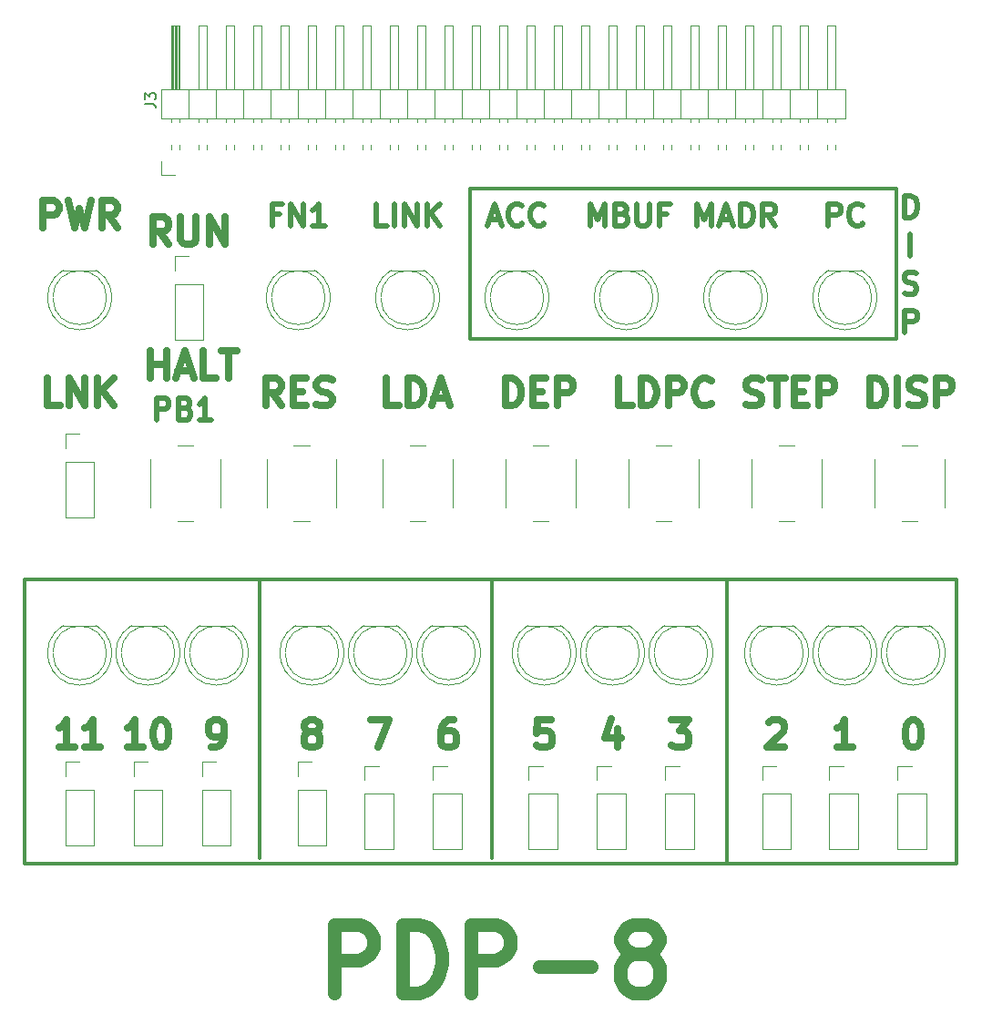
<source format=gbr>
G04 #@! TF.GenerationSoftware,KiCad,Pcbnew,(5.1.5)-3*
G04 #@! TF.CreationDate,2021-04-17T13:21:40-04:00*
G04 #@! TF.ProjectId,LEDS-SW12,4c454453-2d53-4573-9132-2e6b69636164,2*
G04 #@! TF.SameCoordinates,Original*
G04 #@! TF.FileFunction,Legend,Top*
G04 #@! TF.FilePolarity,Positive*
%FSLAX46Y46*%
G04 Gerber Fmt 4.6, Leading zero omitted, Abs format (unit mm)*
G04 Created by KiCad (PCBNEW (5.1.5)-3) date 2021-04-17 13:21:40*
%MOMM*%
%LPD*%
G04 APERTURE LIST*
%ADD10C,0.508000*%
%ADD11C,0.635000*%
%ADD12C,0.304800*%
%ADD13C,0.150000*%
%ADD14C,1.270000*%
%ADD15C,0.120000*%
G04 APERTURE END LIST*
D10*
X95733809Y-29367238D02*
X95733809Y-27335238D01*
X96217619Y-27335238D01*
X96507904Y-27432000D01*
X96701428Y-27625523D01*
X96798190Y-27819047D01*
X96894952Y-28206095D01*
X96894952Y-28496380D01*
X96798190Y-28883428D01*
X96701428Y-29076952D01*
X96507904Y-29270476D01*
X96217619Y-29367238D01*
X95733809Y-29367238D01*
X96266000Y-32923238D02*
X96266000Y-30891238D01*
X95685428Y-36382476D02*
X95975714Y-36479238D01*
X96459523Y-36479238D01*
X96653047Y-36382476D01*
X96749809Y-36285714D01*
X96846571Y-36092190D01*
X96846571Y-35898666D01*
X96749809Y-35705142D01*
X96653047Y-35608380D01*
X96459523Y-35511619D01*
X96072476Y-35414857D01*
X95878952Y-35318095D01*
X95782190Y-35221333D01*
X95685428Y-35027809D01*
X95685428Y-34834285D01*
X95782190Y-34640761D01*
X95878952Y-34544000D01*
X96072476Y-34447238D01*
X96556285Y-34447238D01*
X96846571Y-34544000D01*
X95733809Y-40035238D02*
X95733809Y-38003238D01*
X96507904Y-38003238D01*
X96701428Y-38100000D01*
X96798190Y-38196761D01*
X96894952Y-38390285D01*
X96894952Y-38680571D01*
X96798190Y-38874095D01*
X96701428Y-38970857D01*
X96507904Y-39067619D01*
X95733809Y-39067619D01*
D11*
X25654000Y-44329047D02*
X25654000Y-41789047D01*
X25654000Y-42998571D02*
X27105428Y-42998571D01*
X27105428Y-44329047D02*
X27105428Y-41789047D01*
X28194000Y-43603333D02*
X29403523Y-43603333D01*
X27952095Y-44329047D02*
X28798761Y-41789047D01*
X29645428Y-44329047D01*
X31701619Y-44329047D02*
X30492095Y-44329047D01*
X30492095Y-41789047D01*
X32185428Y-41789047D02*
X33636857Y-41789047D01*
X32911142Y-44329047D02*
X32911142Y-41789047D01*
D12*
X55372000Y-40640000D02*
X55372000Y-26670000D01*
X94996000Y-40640000D02*
X55372000Y-40640000D01*
X94996000Y-26670000D02*
X55372000Y-26670000D01*
X94996000Y-40640000D02*
X94996000Y-26670000D01*
X100584000Y-62992000D02*
X13970000Y-62992000D01*
X13970000Y-89408000D02*
X100584000Y-89408000D01*
X13970000Y-62992000D02*
X13970000Y-89408000D01*
X35814000Y-62992000D02*
X35814000Y-88900000D01*
X57404000Y-62992000D02*
X57404000Y-88900000D01*
X100584000Y-62992000D02*
X100584000Y-89408000D01*
D13*
X78740000Y-62992000D02*
X100076000Y-62992000D01*
D12*
X79248000Y-89408000D02*
X79248000Y-62992000D01*
D10*
X26186190Y-48163238D02*
X26186190Y-46131238D01*
X26960285Y-46131238D01*
X27153809Y-46228000D01*
X27250571Y-46324761D01*
X27347333Y-46518285D01*
X27347333Y-46808571D01*
X27250571Y-47002095D01*
X27153809Y-47098857D01*
X26960285Y-47195619D01*
X26186190Y-47195619D01*
X28895523Y-47098857D02*
X29185809Y-47195619D01*
X29282571Y-47292380D01*
X29379333Y-47485904D01*
X29379333Y-47776190D01*
X29282571Y-47969714D01*
X29185809Y-48066476D01*
X28992285Y-48163238D01*
X28218190Y-48163238D01*
X28218190Y-46131238D01*
X28895523Y-46131238D01*
X29089047Y-46228000D01*
X29185809Y-46324761D01*
X29282571Y-46518285D01*
X29282571Y-46711809D01*
X29185809Y-46905333D01*
X29089047Y-47002095D01*
X28895523Y-47098857D01*
X28218190Y-47098857D01*
X31314571Y-48163238D02*
X30153428Y-48163238D01*
X30734000Y-48163238D02*
X30734000Y-46131238D01*
X30540476Y-46421523D01*
X30346952Y-46615047D01*
X30153428Y-46711809D01*
X37628285Y-29064857D02*
X36950952Y-29064857D01*
X36950952Y-30129238D02*
X36950952Y-28097238D01*
X37918571Y-28097238D01*
X38692666Y-30129238D02*
X38692666Y-28097238D01*
X39853809Y-30129238D01*
X39853809Y-28097238D01*
X41885809Y-30129238D02*
X40724666Y-30129238D01*
X41305238Y-30129238D02*
X41305238Y-28097238D01*
X41111714Y-28387523D01*
X40918190Y-28581047D01*
X40724666Y-28677809D01*
X47594761Y-30129238D02*
X46627142Y-30129238D01*
X46627142Y-28097238D01*
X48272095Y-30129238D02*
X48272095Y-28097238D01*
X49239714Y-30129238D02*
X49239714Y-28097238D01*
X50400857Y-30129238D01*
X50400857Y-28097238D01*
X51368476Y-30129238D02*
X51368476Y-28097238D01*
X52529619Y-30129238D02*
X51658761Y-28968095D01*
X52529619Y-28097238D02*
X51368476Y-29258380D01*
D11*
X17235714Y-46869047D02*
X16026190Y-46869047D01*
X16026190Y-44329047D01*
X18082380Y-46869047D02*
X18082380Y-44329047D01*
X19533809Y-46869047D01*
X19533809Y-44329047D01*
X20743333Y-46869047D02*
X20743333Y-44329047D01*
X22194761Y-46869047D02*
X21106190Y-45417619D01*
X22194761Y-44329047D02*
X20743333Y-45780476D01*
X15663333Y-30359047D02*
X15663333Y-27819047D01*
X16630952Y-27819047D01*
X16872857Y-27940000D01*
X16993809Y-28060952D01*
X17114761Y-28302857D01*
X17114761Y-28665714D01*
X16993809Y-28907619D01*
X16872857Y-29028571D01*
X16630952Y-29149523D01*
X15663333Y-29149523D01*
X17961428Y-27819047D02*
X18566190Y-30359047D01*
X19050000Y-28544761D01*
X19533809Y-30359047D01*
X20138571Y-27819047D01*
X22557619Y-30359047D02*
X21710952Y-29149523D01*
X21106190Y-30359047D02*
X21106190Y-27819047D01*
X22073809Y-27819047D01*
X22315714Y-27940000D01*
X22436666Y-28060952D01*
X22557619Y-28302857D01*
X22557619Y-28665714D01*
X22436666Y-28907619D01*
X22315714Y-29028571D01*
X22073809Y-29149523D01*
X21106190Y-29149523D01*
X37797619Y-46869047D02*
X36950952Y-45659523D01*
X36346190Y-46869047D02*
X36346190Y-44329047D01*
X37313809Y-44329047D01*
X37555714Y-44450000D01*
X37676666Y-44570952D01*
X37797619Y-44812857D01*
X37797619Y-45175714D01*
X37676666Y-45417619D01*
X37555714Y-45538571D01*
X37313809Y-45659523D01*
X36346190Y-45659523D01*
X38886190Y-45538571D02*
X39732857Y-45538571D01*
X40095714Y-46869047D02*
X38886190Y-46869047D01*
X38886190Y-44329047D01*
X40095714Y-44329047D01*
X41063333Y-46748095D02*
X41426190Y-46869047D01*
X42030952Y-46869047D01*
X42272857Y-46748095D01*
X42393809Y-46627142D01*
X42514761Y-46385238D01*
X42514761Y-46143333D01*
X42393809Y-45901428D01*
X42272857Y-45780476D01*
X42030952Y-45659523D01*
X41547142Y-45538571D01*
X41305238Y-45417619D01*
X41184285Y-45296666D01*
X41063333Y-45054761D01*
X41063333Y-44812857D01*
X41184285Y-44570952D01*
X41305238Y-44450000D01*
X41547142Y-44329047D01*
X42151904Y-44329047D01*
X42514761Y-44450000D01*
D10*
X57174190Y-29548666D02*
X58141809Y-29548666D01*
X56980666Y-30129238D02*
X57658000Y-28097238D01*
X58335333Y-30129238D01*
X60173809Y-29935714D02*
X60077047Y-30032476D01*
X59786761Y-30129238D01*
X59593238Y-30129238D01*
X59302952Y-30032476D01*
X59109428Y-29838952D01*
X59012666Y-29645428D01*
X58915904Y-29258380D01*
X58915904Y-28968095D01*
X59012666Y-28581047D01*
X59109428Y-28387523D01*
X59302952Y-28194000D01*
X59593238Y-28097238D01*
X59786761Y-28097238D01*
X60077047Y-28194000D01*
X60173809Y-28290761D01*
X62205809Y-29935714D02*
X62109047Y-30032476D01*
X61818761Y-30129238D01*
X61625238Y-30129238D01*
X61334952Y-30032476D01*
X61141428Y-29838952D01*
X61044666Y-29645428D01*
X60947904Y-29258380D01*
X60947904Y-28968095D01*
X61044666Y-28581047D01*
X61141428Y-28387523D01*
X61334952Y-28194000D01*
X61625238Y-28097238D01*
X61818761Y-28097238D01*
X62109047Y-28194000D01*
X62205809Y-28290761D01*
X66475428Y-30129238D02*
X66475428Y-28097238D01*
X67152761Y-29548666D01*
X67830095Y-28097238D01*
X67830095Y-30129238D01*
X69475047Y-29064857D02*
X69765333Y-29161619D01*
X69862095Y-29258380D01*
X69958857Y-29451904D01*
X69958857Y-29742190D01*
X69862095Y-29935714D01*
X69765333Y-30032476D01*
X69571809Y-30129238D01*
X68797714Y-30129238D01*
X68797714Y-28097238D01*
X69475047Y-28097238D01*
X69668571Y-28194000D01*
X69765333Y-28290761D01*
X69862095Y-28484285D01*
X69862095Y-28677809D01*
X69765333Y-28871333D01*
X69668571Y-28968095D01*
X69475047Y-29064857D01*
X68797714Y-29064857D01*
X70829714Y-28097238D02*
X70829714Y-29742190D01*
X70926476Y-29935714D01*
X71023238Y-30032476D01*
X71216761Y-30129238D01*
X71603809Y-30129238D01*
X71797333Y-30032476D01*
X71894095Y-29935714D01*
X71990857Y-29742190D01*
X71990857Y-28097238D01*
X73635809Y-29064857D02*
X72958476Y-29064857D01*
X72958476Y-30129238D02*
X72958476Y-28097238D01*
X73926095Y-28097238D01*
X76429809Y-30129238D02*
X76429809Y-28097238D01*
X77107142Y-29548666D01*
X77784476Y-28097238D01*
X77784476Y-30129238D01*
X78655333Y-29548666D02*
X79622952Y-29548666D01*
X78461809Y-30129238D02*
X79139142Y-28097238D01*
X79816476Y-30129238D01*
X80493809Y-30129238D02*
X80493809Y-28097238D01*
X80977619Y-28097238D01*
X81267904Y-28194000D01*
X81461428Y-28387523D01*
X81558190Y-28581047D01*
X81654952Y-28968095D01*
X81654952Y-29258380D01*
X81558190Y-29645428D01*
X81461428Y-29838952D01*
X81267904Y-30032476D01*
X80977619Y-30129238D01*
X80493809Y-30129238D01*
X83686952Y-30129238D02*
X83009619Y-29161619D01*
X82525809Y-30129238D02*
X82525809Y-28097238D01*
X83299904Y-28097238D01*
X83493428Y-28194000D01*
X83590190Y-28290761D01*
X83686952Y-28484285D01*
X83686952Y-28774571D01*
X83590190Y-28968095D01*
X83493428Y-29064857D01*
X83299904Y-29161619D01*
X82525809Y-29161619D01*
X88621809Y-30129238D02*
X88621809Y-28097238D01*
X89395904Y-28097238D01*
X89589428Y-28194000D01*
X89686190Y-28290761D01*
X89782952Y-28484285D01*
X89782952Y-28774571D01*
X89686190Y-28968095D01*
X89589428Y-29064857D01*
X89395904Y-29161619D01*
X88621809Y-29161619D01*
X91814952Y-29935714D02*
X91718190Y-30032476D01*
X91427904Y-30129238D01*
X91234380Y-30129238D01*
X90944095Y-30032476D01*
X90750571Y-29838952D01*
X90653809Y-29645428D01*
X90557047Y-29258380D01*
X90557047Y-28968095D01*
X90653809Y-28581047D01*
X90750571Y-28387523D01*
X90944095Y-28194000D01*
X91234380Y-28097238D01*
X91427904Y-28097238D01*
X91718190Y-28194000D01*
X91814952Y-28290761D01*
D11*
X27335238Y-31883047D02*
X26488571Y-30673523D01*
X25883809Y-31883047D02*
X25883809Y-29343047D01*
X26851428Y-29343047D01*
X27093333Y-29464000D01*
X27214285Y-29584952D01*
X27335238Y-29826857D01*
X27335238Y-30189714D01*
X27214285Y-30431619D01*
X27093333Y-30552571D01*
X26851428Y-30673523D01*
X25883809Y-30673523D01*
X28423809Y-29343047D02*
X28423809Y-31399238D01*
X28544761Y-31641142D01*
X28665714Y-31762095D01*
X28907619Y-31883047D01*
X29391428Y-31883047D01*
X29633333Y-31762095D01*
X29754285Y-31641142D01*
X29875238Y-31399238D01*
X29875238Y-29343047D01*
X31084761Y-31883047D02*
X31084761Y-29343047D01*
X32536190Y-31883047D01*
X32536190Y-29343047D01*
X70382190Y-46869047D02*
X69172666Y-46869047D01*
X69172666Y-44329047D01*
X71228857Y-46869047D02*
X71228857Y-44329047D01*
X71833619Y-44329047D01*
X72196476Y-44450000D01*
X72438380Y-44691904D01*
X72559333Y-44933809D01*
X72680285Y-45417619D01*
X72680285Y-45780476D01*
X72559333Y-46264285D01*
X72438380Y-46506190D01*
X72196476Y-46748095D01*
X71833619Y-46869047D01*
X71228857Y-46869047D01*
X73768857Y-46869047D02*
X73768857Y-44329047D01*
X74736476Y-44329047D01*
X74978380Y-44450000D01*
X75099333Y-44570952D01*
X75220285Y-44812857D01*
X75220285Y-45175714D01*
X75099333Y-45417619D01*
X74978380Y-45538571D01*
X74736476Y-45659523D01*
X73768857Y-45659523D01*
X77760285Y-46627142D02*
X77639333Y-46748095D01*
X77276476Y-46869047D01*
X77034571Y-46869047D01*
X76671714Y-46748095D01*
X76429809Y-46506190D01*
X76308857Y-46264285D01*
X76187904Y-45780476D01*
X76187904Y-45417619D01*
X76308857Y-44933809D01*
X76429809Y-44691904D01*
X76671714Y-44450000D01*
X77034571Y-44329047D01*
X77276476Y-44329047D01*
X77639333Y-44450000D01*
X77760285Y-44570952D01*
X58637714Y-46869047D02*
X58637714Y-44329047D01*
X59242476Y-44329047D01*
X59605333Y-44450000D01*
X59847238Y-44691904D01*
X59968190Y-44933809D01*
X60089142Y-45417619D01*
X60089142Y-45780476D01*
X59968190Y-46264285D01*
X59847238Y-46506190D01*
X59605333Y-46748095D01*
X59242476Y-46869047D01*
X58637714Y-46869047D01*
X61177714Y-45538571D02*
X62024380Y-45538571D01*
X62387238Y-46869047D02*
X61177714Y-46869047D01*
X61177714Y-44329047D01*
X62387238Y-44329047D01*
X63475809Y-46869047D02*
X63475809Y-44329047D01*
X64443428Y-44329047D01*
X64685333Y-44450000D01*
X64806285Y-44570952D01*
X64927238Y-44812857D01*
X64927238Y-45175714D01*
X64806285Y-45417619D01*
X64685333Y-45538571D01*
X64443428Y-45659523D01*
X63475809Y-45659523D01*
X48719619Y-46869047D02*
X47510095Y-46869047D01*
X47510095Y-44329047D01*
X49566285Y-46869047D02*
X49566285Y-44329047D01*
X50171047Y-44329047D01*
X50533904Y-44450000D01*
X50775809Y-44691904D01*
X50896761Y-44933809D01*
X51017714Y-45417619D01*
X51017714Y-45780476D01*
X50896761Y-46264285D01*
X50775809Y-46506190D01*
X50533904Y-46748095D01*
X50171047Y-46869047D01*
X49566285Y-46869047D01*
X51985333Y-46143333D02*
X53194857Y-46143333D01*
X51743428Y-46869047D02*
X52590095Y-44329047D01*
X53436761Y-46869047D01*
X80977619Y-46748095D02*
X81340476Y-46869047D01*
X81945238Y-46869047D01*
X82187142Y-46748095D01*
X82308095Y-46627142D01*
X82429047Y-46385238D01*
X82429047Y-46143333D01*
X82308095Y-45901428D01*
X82187142Y-45780476D01*
X81945238Y-45659523D01*
X81461428Y-45538571D01*
X81219523Y-45417619D01*
X81098571Y-45296666D01*
X80977619Y-45054761D01*
X80977619Y-44812857D01*
X81098571Y-44570952D01*
X81219523Y-44450000D01*
X81461428Y-44329047D01*
X82066190Y-44329047D01*
X82429047Y-44450000D01*
X83154761Y-44329047D02*
X84606190Y-44329047D01*
X83880476Y-46869047D02*
X83880476Y-44329047D01*
X85452857Y-45538571D02*
X86299523Y-45538571D01*
X86662380Y-46869047D02*
X85452857Y-46869047D01*
X85452857Y-44329047D01*
X86662380Y-44329047D01*
X87750952Y-46869047D02*
X87750952Y-44329047D01*
X88718571Y-44329047D01*
X88960476Y-44450000D01*
X89081428Y-44570952D01*
X89202380Y-44812857D01*
X89202380Y-45175714D01*
X89081428Y-45417619D01*
X88960476Y-45538571D01*
X88718571Y-45659523D01*
X87750952Y-45659523D01*
X92516476Y-46869047D02*
X92516476Y-44329047D01*
X93121238Y-44329047D01*
X93484095Y-44450000D01*
X93726000Y-44691904D01*
X93846952Y-44933809D01*
X93967904Y-45417619D01*
X93967904Y-45780476D01*
X93846952Y-46264285D01*
X93726000Y-46506190D01*
X93484095Y-46748095D01*
X93121238Y-46869047D01*
X92516476Y-46869047D01*
X95056476Y-46869047D02*
X95056476Y-44329047D01*
X96145047Y-46748095D02*
X96507904Y-46869047D01*
X97112666Y-46869047D01*
X97354571Y-46748095D01*
X97475523Y-46627142D01*
X97596476Y-46385238D01*
X97596476Y-46143333D01*
X97475523Y-45901428D01*
X97354571Y-45780476D01*
X97112666Y-45659523D01*
X96628857Y-45538571D01*
X96386952Y-45417619D01*
X96266000Y-45296666D01*
X96145047Y-45054761D01*
X96145047Y-44812857D01*
X96266000Y-44570952D01*
X96386952Y-44450000D01*
X96628857Y-44329047D01*
X97233619Y-44329047D01*
X97596476Y-44450000D01*
X98685047Y-46869047D02*
X98685047Y-44329047D01*
X99652666Y-44329047D01*
X99894571Y-44450000D01*
X100015523Y-44570952D01*
X100136476Y-44812857D01*
X100136476Y-45175714D01*
X100015523Y-45417619D01*
X99894571Y-45538571D01*
X99652666Y-45659523D01*
X98685047Y-45659523D01*
X18566190Y-78619047D02*
X17114761Y-78619047D01*
X17840476Y-78619047D02*
X17840476Y-76079047D01*
X17598571Y-76441904D01*
X17356666Y-76683809D01*
X17114761Y-76804761D01*
X20985238Y-78619047D02*
X19533809Y-78619047D01*
X20259523Y-78619047D02*
X20259523Y-76079047D01*
X20017619Y-76441904D01*
X19775714Y-76683809D01*
X19533809Y-76804761D01*
X24916190Y-78619047D02*
X23464761Y-78619047D01*
X24190476Y-78619047D02*
X24190476Y-76079047D01*
X23948571Y-76441904D01*
X23706666Y-76683809D01*
X23464761Y-76804761D01*
X26488571Y-76079047D02*
X26730476Y-76079047D01*
X26972380Y-76200000D01*
X27093333Y-76320952D01*
X27214285Y-76562857D01*
X27335238Y-77046666D01*
X27335238Y-77651428D01*
X27214285Y-78135238D01*
X27093333Y-78377142D01*
X26972380Y-78498095D01*
X26730476Y-78619047D01*
X26488571Y-78619047D01*
X26246666Y-78498095D01*
X26125714Y-78377142D01*
X26004761Y-78135238D01*
X25883809Y-77651428D01*
X25883809Y-77046666D01*
X26004761Y-76562857D01*
X26125714Y-76320952D01*
X26246666Y-76200000D01*
X26488571Y-76079047D01*
X31266190Y-78619047D02*
X31750000Y-78619047D01*
X31991904Y-78498095D01*
X32112857Y-78377142D01*
X32354761Y-78014285D01*
X32475714Y-77530476D01*
X32475714Y-76562857D01*
X32354761Y-76320952D01*
X32233809Y-76200000D01*
X31991904Y-76079047D01*
X31508095Y-76079047D01*
X31266190Y-76200000D01*
X31145238Y-76320952D01*
X31024285Y-76562857D01*
X31024285Y-77167619D01*
X31145238Y-77409523D01*
X31266190Y-77530476D01*
X31508095Y-77651428D01*
X31991904Y-77651428D01*
X32233809Y-77530476D01*
X32354761Y-77409523D01*
X32475714Y-77167619D01*
X40398095Y-77167619D02*
X40156190Y-77046666D01*
X40035238Y-76925714D01*
X39914285Y-76683809D01*
X39914285Y-76562857D01*
X40035238Y-76320952D01*
X40156190Y-76200000D01*
X40398095Y-76079047D01*
X40881904Y-76079047D01*
X41123809Y-76200000D01*
X41244761Y-76320952D01*
X41365714Y-76562857D01*
X41365714Y-76683809D01*
X41244761Y-76925714D01*
X41123809Y-77046666D01*
X40881904Y-77167619D01*
X40398095Y-77167619D01*
X40156190Y-77288571D01*
X40035238Y-77409523D01*
X39914285Y-77651428D01*
X39914285Y-78135238D01*
X40035238Y-78377142D01*
X40156190Y-78498095D01*
X40398095Y-78619047D01*
X40881904Y-78619047D01*
X41123809Y-78498095D01*
X41244761Y-78377142D01*
X41365714Y-78135238D01*
X41365714Y-77651428D01*
X41244761Y-77409523D01*
X41123809Y-77288571D01*
X40881904Y-77167619D01*
X46143333Y-76079047D02*
X47836666Y-76079047D01*
X46748095Y-78619047D01*
X53823809Y-76079047D02*
X53340000Y-76079047D01*
X53098095Y-76200000D01*
X52977142Y-76320952D01*
X52735238Y-76683809D01*
X52614285Y-77167619D01*
X52614285Y-78135238D01*
X52735238Y-78377142D01*
X52856190Y-78498095D01*
X53098095Y-78619047D01*
X53581904Y-78619047D01*
X53823809Y-78498095D01*
X53944761Y-78377142D01*
X54065714Y-78135238D01*
X54065714Y-77530476D01*
X53944761Y-77288571D01*
X53823809Y-77167619D01*
X53581904Y-77046666D01*
X53098095Y-77046666D01*
X52856190Y-77167619D01*
X52735238Y-77288571D01*
X52614285Y-77530476D01*
X62834761Y-76079047D02*
X61625238Y-76079047D01*
X61504285Y-77288571D01*
X61625238Y-77167619D01*
X61867142Y-77046666D01*
X62471904Y-77046666D01*
X62713809Y-77167619D01*
X62834761Y-77288571D01*
X62955714Y-77530476D01*
X62955714Y-78135238D01*
X62834761Y-78377142D01*
X62713809Y-78498095D01*
X62471904Y-78619047D01*
X61867142Y-78619047D01*
X61625238Y-78498095D01*
X61504285Y-78377142D01*
X69063809Y-76925714D02*
X69063809Y-78619047D01*
X68459047Y-75958095D02*
X67854285Y-77772380D01*
X69426666Y-77772380D01*
X74083333Y-76079047D02*
X75655714Y-76079047D01*
X74809047Y-77046666D01*
X75171904Y-77046666D01*
X75413809Y-77167619D01*
X75534761Y-77288571D01*
X75655714Y-77530476D01*
X75655714Y-78135238D01*
X75534761Y-78377142D01*
X75413809Y-78498095D01*
X75171904Y-78619047D01*
X74446190Y-78619047D01*
X74204285Y-78498095D01*
X74083333Y-78377142D01*
X83094285Y-76320952D02*
X83215238Y-76200000D01*
X83457142Y-76079047D01*
X84061904Y-76079047D01*
X84303809Y-76200000D01*
X84424761Y-76320952D01*
X84545714Y-76562857D01*
X84545714Y-76804761D01*
X84424761Y-77167619D01*
X82973333Y-78619047D01*
X84545714Y-78619047D01*
X90895714Y-78619047D02*
X89444285Y-78619047D01*
X90170000Y-78619047D02*
X90170000Y-76079047D01*
X89928095Y-76441904D01*
X89686190Y-76683809D01*
X89444285Y-76804761D01*
X96399047Y-76079047D02*
X96640952Y-76079047D01*
X96882857Y-76200000D01*
X97003809Y-76320952D01*
X97124761Y-76562857D01*
X97245714Y-77046666D01*
X97245714Y-77651428D01*
X97124761Y-78135238D01*
X97003809Y-78377142D01*
X96882857Y-78498095D01*
X96640952Y-78619047D01*
X96399047Y-78619047D01*
X96157142Y-78498095D01*
X96036190Y-78377142D01*
X95915238Y-78135238D01*
X95794285Y-77651428D01*
X95794285Y-77046666D01*
X95915238Y-76562857D01*
X96036190Y-76320952D01*
X96157142Y-76200000D01*
X96399047Y-76079047D01*
D14*
X42690142Y-101424619D02*
X42690142Y-95074619D01*
X45109190Y-95074619D01*
X45713952Y-95377000D01*
X46016333Y-95679380D01*
X46318714Y-96284142D01*
X46318714Y-97191285D01*
X46016333Y-97796047D01*
X45713952Y-98098428D01*
X45109190Y-98400809D01*
X42690142Y-98400809D01*
X49040142Y-101424619D02*
X49040142Y-95074619D01*
X50552047Y-95074619D01*
X51459190Y-95377000D01*
X52063952Y-95981761D01*
X52366333Y-96586523D01*
X52668714Y-97796047D01*
X52668714Y-98703190D01*
X52366333Y-99912714D01*
X52063952Y-100517476D01*
X51459190Y-101122238D01*
X50552047Y-101424619D01*
X49040142Y-101424619D01*
X55390142Y-101424619D02*
X55390142Y-95074619D01*
X57809190Y-95074619D01*
X58413952Y-95377000D01*
X58716333Y-95679380D01*
X59018714Y-96284142D01*
X59018714Y-97191285D01*
X58716333Y-97796047D01*
X58413952Y-98098428D01*
X57809190Y-98400809D01*
X55390142Y-98400809D01*
X61740142Y-99005571D02*
X66578238Y-99005571D01*
X70509190Y-97796047D02*
X69904428Y-97493666D01*
X69602047Y-97191285D01*
X69299666Y-96586523D01*
X69299666Y-96284142D01*
X69602047Y-95679380D01*
X69904428Y-95377000D01*
X70509190Y-95074619D01*
X71718714Y-95074619D01*
X72323476Y-95377000D01*
X72625857Y-95679380D01*
X72928238Y-96284142D01*
X72928238Y-96586523D01*
X72625857Y-97191285D01*
X72323476Y-97493666D01*
X71718714Y-97796047D01*
X70509190Y-97796047D01*
X69904428Y-98098428D01*
X69602047Y-98400809D01*
X69299666Y-99005571D01*
X69299666Y-100215095D01*
X69602047Y-100819857D01*
X69904428Y-101122238D01*
X70509190Y-101424619D01*
X71718714Y-101424619D01*
X72323476Y-101122238D01*
X72625857Y-100819857D01*
X72928238Y-100215095D01*
X72928238Y-99005571D01*
X72625857Y-98400809D01*
X72323476Y-98098428D01*
X71718714Y-97796047D01*
D15*
X98065000Y-67290000D02*
X94975000Y-67290000D01*
X99020000Y-69850000D02*
G75*
G03X99020000Y-69850000I-2500000J0D01*
G01*
X96520462Y-72840000D02*
G75*
G02X94975170Y-67290000I-462J2990000D01*
G01*
X96519538Y-72840000D02*
G75*
G03X98064830Y-67290000I462J2990000D01*
G01*
X90169538Y-72840000D02*
G75*
G03X91714830Y-67290000I462J2990000D01*
G01*
X90170462Y-72840000D02*
G75*
G02X88625170Y-67290000I-462J2990000D01*
G01*
X92670000Y-69850000D02*
G75*
G03X92670000Y-69850000I-2500000J0D01*
G01*
X91715000Y-67290000D02*
X88625000Y-67290000D01*
X83819538Y-72840000D02*
G75*
G03X85364830Y-67290000I462J2990000D01*
G01*
X83820462Y-72840000D02*
G75*
G02X82275170Y-67290000I-462J2990000D01*
G01*
X86320000Y-69850000D02*
G75*
G03X86320000Y-69850000I-2500000J0D01*
G01*
X85365000Y-67290000D02*
X82275000Y-67290000D01*
X76475000Y-67290000D02*
X73385000Y-67290000D01*
X77430000Y-69850000D02*
G75*
G03X77430000Y-69850000I-2500000J0D01*
G01*
X74930462Y-72840000D02*
G75*
G02X73385170Y-67290000I-462J2990000D01*
G01*
X74929538Y-72840000D02*
G75*
G03X76474830Y-67290000I462J2990000D01*
G01*
X68579538Y-72840000D02*
G75*
G03X70124830Y-67290000I462J2990000D01*
G01*
X68580462Y-72840000D02*
G75*
G02X67035170Y-67290000I-462J2990000D01*
G01*
X71080000Y-69850000D02*
G75*
G03X71080000Y-69850000I-2500000J0D01*
G01*
X70125000Y-67290000D02*
X67035000Y-67290000D01*
X63775000Y-67290000D02*
X60685000Y-67290000D01*
X64730000Y-69850000D02*
G75*
G03X64730000Y-69850000I-2500000J0D01*
G01*
X62230462Y-72840000D02*
G75*
G02X60685170Y-67290000I-462J2990000D01*
G01*
X62229538Y-72840000D02*
G75*
G03X63774830Y-67290000I462J2990000D01*
G01*
X53339538Y-72840000D02*
G75*
G03X54884830Y-67290000I462J2990000D01*
G01*
X53340462Y-72840000D02*
G75*
G02X51795170Y-67290000I-462J2990000D01*
G01*
X55840000Y-69850000D02*
G75*
G03X55840000Y-69850000I-2500000J0D01*
G01*
X54885000Y-67290000D02*
X51795000Y-67290000D01*
X48535000Y-67290000D02*
X45445000Y-67290000D01*
X49490000Y-69850000D02*
G75*
G03X49490000Y-69850000I-2500000J0D01*
G01*
X46990462Y-72840000D02*
G75*
G02X45445170Y-67290000I-462J2990000D01*
G01*
X46989538Y-72840000D02*
G75*
G03X48534830Y-67290000I462J2990000D01*
G01*
X45533000Y-80331000D02*
X46863000Y-80331000D01*
X45533000Y-81661000D02*
X45533000Y-80331000D01*
X45533000Y-82931000D02*
X48193000Y-82931000D01*
X48193000Y-82931000D02*
X48193000Y-88071000D01*
X45533000Y-82931000D02*
X45533000Y-88071000D01*
X45533000Y-88071000D02*
X48193000Y-88071000D01*
X51883000Y-88071000D02*
X54543000Y-88071000D01*
X51883000Y-82931000D02*
X51883000Y-88071000D01*
X54543000Y-82931000D02*
X54543000Y-88071000D01*
X51883000Y-82931000D02*
X54543000Y-82931000D01*
X51883000Y-81661000D02*
X51883000Y-80331000D01*
X51883000Y-80331000D02*
X53213000Y-80331000D01*
X60773000Y-80331000D02*
X62103000Y-80331000D01*
X60773000Y-81661000D02*
X60773000Y-80331000D01*
X60773000Y-82931000D02*
X63433000Y-82931000D01*
X63433000Y-82931000D02*
X63433000Y-88071000D01*
X60773000Y-82931000D02*
X60773000Y-88071000D01*
X60773000Y-88071000D02*
X63433000Y-88071000D01*
X67123000Y-88071000D02*
X69783000Y-88071000D01*
X67123000Y-82931000D02*
X67123000Y-88071000D01*
X69783000Y-82931000D02*
X69783000Y-88071000D01*
X67123000Y-82931000D02*
X69783000Y-82931000D01*
X67123000Y-81661000D02*
X67123000Y-80331000D01*
X67123000Y-80331000D02*
X68453000Y-80331000D01*
X73473000Y-80331000D02*
X74803000Y-80331000D01*
X73473000Y-81661000D02*
X73473000Y-80331000D01*
X73473000Y-82931000D02*
X76133000Y-82931000D01*
X76133000Y-82931000D02*
X76133000Y-88071000D01*
X73473000Y-82931000D02*
X73473000Y-88071000D01*
X73473000Y-88071000D02*
X76133000Y-88071000D01*
X82490000Y-88071000D02*
X85150000Y-88071000D01*
X82490000Y-82931000D02*
X82490000Y-88071000D01*
X85150000Y-82931000D02*
X85150000Y-88071000D01*
X82490000Y-82931000D02*
X85150000Y-82931000D01*
X82490000Y-81661000D02*
X82490000Y-80331000D01*
X82490000Y-80331000D02*
X83820000Y-80331000D01*
X88713000Y-80331000D02*
X90043000Y-80331000D01*
X88713000Y-81661000D02*
X88713000Y-80331000D01*
X88713000Y-82931000D02*
X91373000Y-82931000D01*
X91373000Y-82931000D02*
X91373000Y-88071000D01*
X88713000Y-82931000D02*
X88713000Y-88071000D01*
X88713000Y-88071000D02*
X91373000Y-88071000D01*
X95063000Y-88071000D02*
X97723000Y-88071000D01*
X95063000Y-82931000D02*
X95063000Y-88071000D01*
X97723000Y-82931000D02*
X97723000Y-88071000D01*
X95063000Y-82931000D02*
X97723000Y-82931000D01*
X95063000Y-81661000D02*
X95063000Y-80331000D01*
X95063000Y-80331000D02*
X96393000Y-80331000D01*
X28115000Y-57550000D02*
X29615000Y-57550000D01*
X32115000Y-56300000D02*
X32115000Y-51800000D01*
X29615000Y-50550000D02*
X28115000Y-50550000D01*
X25615000Y-51800000D02*
X25615000Y-56300000D01*
X36410000Y-51800000D02*
X36410000Y-56300000D01*
X40410000Y-50550000D02*
X38910000Y-50550000D01*
X42910000Y-56300000D02*
X42910000Y-51800000D01*
X38910000Y-57550000D02*
X40410000Y-57550000D01*
X49705000Y-57550000D02*
X51205000Y-57550000D01*
X53705000Y-56300000D02*
X53705000Y-51800000D01*
X51205000Y-50550000D02*
X49705000Y-50550000D01*
X47205000Y-51800000D02*
X47205000Y-56300000D01*
X58635000Y-51800000D02*
X58635000Y-56300000D01*
X62635000Y-50550000D02*
X61135000Y-50550000D01*
X65135000Y-56300000D02*
X65135000Y-51800000D01*
X61135000Y-57550000D02*
X62635000Y-57550000D01*
X72565000Y-57550000D02*
X74065000Y-57550000D01*
X76565000Y-56300000D02*
X76565000Y-51800000D01*
X74065000Y-50550000D02*
X72565000Y-50550000D01*
X70065000Y-51800000D02*
X70065000Y-56300000D01*
X81495000Y-51800000D02*
X81495000Y-56300000D01*
X85495000Y-50550000D02*
X83995000Y-50550000D01*
X87995000Y-56300000D02*
X87995000Y-51800000D01*
X83995000Y-57550000D02*
X85495000Y-57550000D01*
X95425000Y-57550000D02*
X96925000Y-57550000D01*
X99425000Y-56300000D02*
X99425000Y-51800000D01*
X96925000Y-50550000D02*
X95425000Y-50550000D01*
X92925000Y-51800000D02*
X92925000Y-56300000D01*
X40639538Y-72840000D02*
G75*
G03X42184830Y-67290000I462J2990000D01*
G01*
X40640462Y-72840000D02*
G75*
G02X39095170Y-67290000I-462J2990000D01*
G01*
X43140000Y-69850000D02*
G75*
G03X43140000Y-69850000I-2500000J0D01*
G01*
X42185000Y-67290000D02*
X39095000Y-67290000D01*
X33295000Y-67290000D02*
X30205000Y-67290000D01*
X34250000Y-69850000D02*
G75*
G03X34250000Y-69850000I-2500000J0D01*
G01*
X31750462Y-72840000D02*
G75*
G02X30205170Y-67290000I-462J2990000D01*
G01*
X31749538Y-72840000D02*
G75*
G03X33294830Y-67290000I462J2990000D01*
G01*
X25399538Y-72840000D02*
G75*
G03X26944830Y-67290000I462J2990000D01*
G01*
X25400462Y-72840000D02*
G75*
G02X23855170Y-67290000I-462J2990000D01*
G01*
X27900000Y-69850000D02*
G75*
G03X27900000Y-69850000I-2500000J0D01*
G01*
X26945000Y-67290000D02*
X23855000Y-67290000D01*
X20595000Y-67290000D02*
X17505000Y-67290000D01*
X21550000Y-69850000D02*
G75*
G03X21550000Y-69850000I-2500000J0D01*
G01*
X19050462Y-72840000D02*
G75*
G02X17505170Y-67290000I-462J2990000D01*
G01*
X19049538Y-72840000D02*
G75*
G03X20594830Y-67290000I462J2990000D01*
G01*
X39310000Y-79950000D02*
X40640000Y-79950000D01*
X39310000Y-81280000D02*
X39310000Y-79950000D01*
X39310000Y-82550000D02*
X41970000Y-82550000D01*
X41970000Y-82550000D02*
X41970000Y-87690000D01*
X39310000Y-82550000D02*
X39310000Y-87690000D01*
X39310000Y-87690000D02*
X41970000Y-87690000D01*
X30420000Y-87690000D02*
X33080000Y-87690000D01*
X30420000Y-82550000D02*
X30420000Y-87690000D01*
X33080000Y-82550000D02*
X33080000Y-87690000D01*
X30420000Y-82550000D02*
X33080000Y-82550000D01*
X30420000Y-81280000D02*
X30420000Y-79950000D01*
X30420000Y-79950000D02*
X31750000Y-79950000D01*
X24070000Y-79950000D02*
X25400000Y-79950000D01*
X24070000Y-81280000D02*
X24070000Y-79950000D01*
X24070000Y-82550000D02*
X26730000Y-82550000D01*
X26730000Y-82550000D02*
X26730000Y-87690000D01*
X24070000Y-82550000D02*
X24070000Y-87690000D01*
X24070000Y-87690000D02*
X26730000Y-87690000D01*
X17720000Y-87690000D02*
X20380000Y-87690000D01*
X17720000Y-82550000D02*
X17720000Y-87690000D01*
X20380000Y-82550000D02*
X20380000Y-87690000D01*
X17720000Y-82550000D02*
X20380000Y-82550000D01*
X17720000Y-81280000D02*
X17720000Y-79950000D01*
X17720000Y-79950000D02*
X19050000Y-79950000D01*
X91715000Y-34270000D02*
X88625000Y-34270000D01*
X92670000Y-36830000D02*
G75*
G03X92670000Y-36830000I-2500000J0D01*
G01*
X90170462Y-39820000D02*
G75*
G02X88625170Y-34270000I-462J2990000D01*
G01*
X90169538Y-39820000D02*
G75*
G03X91714830Y-34270000I462J2990000D01*
G01*
X80009538Y-39820000D02*
G75*
G03X81554830Y-34270000I462J2990000D01*
G01*
X80010462Y-39820000D02*
G75*
G02X78465170Y-34270000I-462J2990000D01*
G01*
X82510000Y-36830000D02*
G75*
G03X82510000Y-36830000I-2500000J0D01*
G01*
X81555000Y-34270000D02*
X78465000Y-34270000D01*
X61235000Y-34270000D02*
X58145000Y-34270000D01*
X62190000Y-36830000D02*
G75*
G03X62190000Y-36830000I-2500000J0D01*
G01*
X59690462Y-39820000D02*
G75*
G02X58145170Y-34270000I-462J2990000D01*
G01*
X59689538Y-39820000D02*
G75*
G03X61234830Y-34270000I462J2990000D01*
G01*
X69849538Y-39820000D02*
G75*
G03X71394830Y-34270000I462J2990000D01*
G01*
X69850462Y-39820000D02*
G75*
G02X68305170Y-34270000I-462J2990000D01*
G01*
X72350000Y-36830000D02*
G75*
G03X72350000Y-36830000I-2500000J0D01*
G01*
X71395000Y-34270000D02*
X68305000Y-34270000D01*
X40915000Y-34270000D02*
X37825000Y-34270000D01*
X41870000Y-36830000D02*
G75*
G03X41870000Y-36830000I-2500000J0D01*
G01*
X39370462Y-39820000D02*
G75*
G02X37825170Y-34270000I-462J2990000D01*
G01*
X39369538Y-39820000D02*
G75*
G03X40914830Y-34270000I462J2990000D01*
G01*
X49529538Y-39820000D02*
G75*
G03X51074830Y-34270000I462J2990000D01*
G01*
X49530462Y-39820000D02*
G75*
G02X47985170Y-34270000I-462J2990000D01*
G01*
X52030000Y-36830000D02*
G75*
G03X52030000Y-36830000I-2500000J0D01*
G01*
X51075000Y-34270000D02*
X47985000Y-34270000D01*
X19049538Y-39820000D02*
G75*
G03X20594830Y-34270000I462J2990000D01*
G01*
X19050462Y-39820000D02*
G75*
G02X17505170Y-34270000I-462J2990000D01*
G01*
X21550000Y-36830000D02*
G75*
G03X21550000Y-36830000I-2500000J0D01*
G01*
X20595000Y-34270000D02*
X17505000Y-34270000D01*
X27880000Y-40700000D02*
X30540000Y-40700000D01*
X27880000Y-35560000D02*
X27880000Y-40700000D01*
X30540000Y-35560000D02*
X30540000Y-40700000D01*
X27880000Y-35560000D02*
X30540000Y-35560000D01*
X27880000Y-34290000D02*
X27880000Y-32960000D01*
X27880000Y-32960000D02*
X29210000Y-32960000D01*
X17720000Y-57210000D02*
X20380000Y-57210000D01*
X17720000Y-52070000D02*
X17720000Y-57210000D01*
X20380000Y-52070000D02*
X20380000Y-57210000D01*
X17720000Y-52070000D02*
X20380000Y-52070000D01*
X17720000Y-50800000D02*
X17720000Y-49470000D01*
X17720000Y-49470000D02*
X19050000Y-49470000D01*
X26610000Y-20150000D02*
X90230000Y-20150000D01*
X90230000Y-20150000D02*
X90230000Y-17490000D01*
X90230000Y-17490000D02*
X26610000Y-17490000D01*
X26610000Y-17490000D02*
X26610000Y-20150000D01*
X27560000Y-17490000D02*
X27560000Y-11490000D01*
X27560000Y-11490000D02*
X28320000Y-11490000D01*
X28320000Y-11490000D02*
X28320000Y-17490000D01*
X27620000Y-17490000D02*
X27620000Y-11490000D01*
X27740000Y-17490000D02*
X27740000Y-11490000D01*
X27860000Y-17490000D02*
X27860000Y-11490000D01*
X27980000Y-17490000D02*
X27980000Y-11490000D01*
X28100000Y-17490000D02*
X28100000Y-11490000D01*
X28220000Y-17490000D02*
X28220000Y-11490000D01*
X27560000Y-20547071D02*
X27560000Y-20150000D01*
X28320000Y-20547071D02*
X28320000Y-20150000D01*
X27560000Y-23020000D02*
X27560000Y-22632929D01*
X28320000Y-23020000D02*
X28320000Y-22632929D01*
X29210000Y-20150000D02*
X29210000Y-17490000D01*
X30100000Y-17490000D02*
X30100000Y-11490000D01*
X30100000Y-11490000D02*
X30860000Y-11490000D01*
X30860000Y-11490000D02*
X30860000Y-17490000D01*
X30100000Y-20547071D02*
X30100000Y-20150000D01*
X30860000Y-20547071D02*
X30860000Y-20150000D01*
X30100000Y-23087071D02*
X30100000Y-22632929D01*
X30860000Y-23087071D02*
X30860000Y-22632929D01*
X31750000Y-20150000D02*
X31750000Y-17490000D01*
X32640000Y-17490000D02*
X32640000Y-11490000D01*
X32640000Y-11490000D02*
X33400000Y-11490000D01*
X33400000Y-11490000D02*
X33400000Y-17490000D01*
X32640000Y-20547071D02*
X32640000Y-20150000D01*
X33400000Y-20547071D02*
X33400000Y-20150000D01*
X32640000Y-23087071D02*
X32640000Y-22632929D01*
X33400000Y-23087071D02*
X33400000Y-22632929D01*
X34290000Y-20150000D02*
X34290000Y-17490000D01*
X35180000Y-17490000D02*
X35180000Y-11490000D01*
X35180000Y-11490000D02*
X35940000Y-11490000D01*
X35940000Y-11490000D02*
X35940000Y-17490000D01*
X35180000Y-20547071D02*
X35180000Y-20150000D01*
X35940000Y-20547071D02*
X35940000Y-20150000D01*
X35180000Y-23087071D02*
X35180000Y-22632929D01*
X35940000Y-23087071D02*
X35940000Y-22632929D01*
X36830000Y-20150000D02*
X36830000Y-17490000D01*
X37720000Y-17490000D02*
X37720000Y-11490000D01*
X37720000Y-11490000D02*
X38480000Y-11490000D01*
X38480000Y-11490000D02*
X38480000Y-17490000D01*
X37720000Y-20547071D02*
X37720000Y-20150000D01*
X38480000Y-20547071D02*
X38480000Y-20150000D01*
X37720000Y-23087071D02*
X37720000Y-22632929D01*
X38480000Y-23087071D02*
X38480000Y-22632929D01*
X39370000Y-20150000D02*
X39370000Y-17490000D01*
X40260000Y-17490000D02*
X40260000Y-11490000D01*
X40260000Y-11490000D02*
X41020000Y-11490000D01*
X41020000Y-11490000D02*
X41020000Y-17490000D01*
X40260000Y-20547071D02*
X40260000Y-20150000D01*
X41020000Y-20547071D02*
X41020000Y-20150000D01*
X40260000Y-23087071D02*
X40260000Y-22632929D01*
X41020000Y-23087071D02*
X41020000Y-22632929D01*
X41910000Y-20150000D02*
X41910000Y-17490000D01*
X42800000Y-17490000D02*
X42800000Y-11490000D01*
X42800000Y-11490000D02*
X43560000Y-11490000D01*
X43560000Y-11490000D02*
X43560000Y-17490000D01*
X42800000Y-20547071D02*
X42800000Y-20150000D01*
X43560000Y-20547071D02*
X43560000Y-20150000D01*
X42800000Y-23087071D02*
X42800000Y-22632929D01*
X43560000Y-23087071D02*
X43560000Y-22632929D01*
X44450000Y-20150000D02*
X44450000Y-17490000D01*
X45340000Y-17490000D02*
X45340000Y-11490000D01*
X45340000Y-11490000D02*
X46100000Y-11490000D01*
X46100000Y-11490000D02*
X46100000Y-17490000D01*
X45340000Y-20547071D02*
X45340000Y-20150000D01*
X46100000Y-20547071D02*
X46100000Y-20150000D01*
X45340000Y-23087071D02*
X45340000Y-22632929D01*
X46100000Y-23087071D02*
X46100000Y-22632929D01*
X46990000Y-20150000D02*
X46990000Y-17490000D01*
X47880000Y-17490000D02*
X47880000Y-11490000D01*
X47880000Y-11490000D02*
X48640000Y-11490000D01*
X48640000Y-11490000D02*
X48640000Y-17490000D01*
X47880000Y-20547071D02*
X47880000Y-20150000D01*
X48640000Y-20547071D02*
X48640000Y-20150000D01*
X47880000Y-23087071D02*
X47880000Y-22632929D01*
X48640000Y-23087071D02*
X48640000Y-22632929D01*
X49530000Y-20150000D02*
X49530000Y-17490000D01*
X50420000Y-17490000D02*
X50420000Y-11490000D01*
X50420000Y-11490000D02*
X51180000Y-11490000D01*
X51180000Y-11490000D02*
X51180000Y-17490000D01*
X50420000Y-20547071D02*
X50420000Y-20150000D01*
X51180000Y-20547071D02*
X51180000Y-20150000D01*
X50420000Y-23087071D02*
X50420000Y-22632929D01*
X51180000Y-23087071D02*
X51180000Y-22632929D01*
X52070000Y-20150000D02*
X52070000Y-17490000D01*
X52960000Y-17490000D02*
X52960000Y-11490000D01*
X52960000Y-11490000D02*
X53720000Y-11490000D01*
X53720000Y-11490000D02*
X53720000Y-17490000D01*
X52960000Y-20547071D02*
X52960000Y-20150000D01*
X53720000Y-20547071D02*
X53720000Y-20150000D01*
X52960000Y-23087071D02*
X52960000Y-22632929D01*
X53720000Y-23087071D02*
X53720000Y-22632929D01*
X54610000Y-20150000D02*
X54610000Y-17490000D01*
X55500000Y-17490000D02*
X55500000Y-11490000D01*
X55500000Y-11490000D02*
X56260000Y-11490000D01*
X56260000Y-11490000D02*
X56260000Y-17490000D01*
X55500000Y-20547071D02*
X55500000Y-20150000D01*
X56260000Y-20547071D02*
X56260000Y-20150000D01*
X55500000Y-23087071D02*
X55500000Y-22632929D01*
X56260000Y-23087071D02*
X56260000Y-22632929D01*
X57150000Y-20150000D02*
X57150000Y-17490000D01*
X58040000Y-17490000D02*
X58040000Y-11490000D01*
X58040000Y-11490000D02*
X58800000Y-11490000D01*
X58800000Y-11490000D02*
X58800000Y-17490000D01*
X58040000Y-20547071D02*
X58040000Y-20150000D01*
X58800000Y-20547071D02*
X58800000Y-20150000D01*
X58040000Y-23087071D02*
X58040000Y-22632929D01*
X58800000Y-23087071D02*
X58800000Y-22632929D01*
X59690000Y-20150000D02*
X59690000Y-17490000D01*
X60580000Y-17490000D02*
X60580000Y-11490000D01*
X60580000Y-11490000D02*
X61340000Y-11490000D01*
X61340000Y-11490000D02*
X61340000Y-17490000D01*
X60580000Y-20547071D02*
X60580000Y-20150000D01*
X61340000Y-20547071D02*
X61340000Y-20150000D01*
X60580000Y-23087071D02*
X60580000Y-22632929D01*
X61340000Y-23087071D02*
X61340000Y-22632929D01*
X62230000Y-20150000D02*
X62230000Y-17490000D01*
X63120000Y-17490000D02*
X63120000Y-11490000D01*
X63120000Y-11490000D02*
X63880000Y-11490000D01*
X63880000Y-11490000D02*
X63880000Y-17490000D01*
X63120000Y-20547071D02*
X63120000Y-20150000D01*
X63880000Y-20547071D02*
X63880000Y-20150000D01*
X63120000Y-23087071D02*
X63120000Y-22632929D01*
X63880000Y-23087071D02*
X63880000Y-22632929D01*
X64770000Y-20150000D02*
X64770000Y-17490000D01*
X65660000Y-17490000D02*
X65660000Y-11490000D01*
X65660000Y-11490000D02*
X66420000Y-11490000D01*
X66420000Y-11490000D02*
X66420000Y-17490000D01*
X65660000Y-20547071D02*
X65660000Y-20150000D01*
X66420000Y-20547071D02*
X66420000Y-20150000D01*
X65660000Y-23087071D02*
X65660000Y-22632929D01*
X66420000Y-23087071D02*
X66420000Y-22632929D01*
X67310000Y-20150000D02*
X67310000Y-17490000D01*
X68200000Y-17490000D02*
X68200000Y-11490000D01*
X68200000Y-11490000D02*
X68960000Y-11490000D01*
X68960000Y-11490000D02*
X68960000Y-17490000D01*
X68200000Y-20547071D02*
X68200000Y-20150000D01*
X68960000Y-20547071D02*
X68960000Y-20150000D01*
X68200000Y-23087071D02*
X68200000Y-22632929D01*
X68960000Y-23087071D02*
X68960000Y-22632929D01*
X69850000Y-20150000D02*
X69850000Y-17490000D01*
X70740000Y-17490000D02*
X70740000Y-11490000D01*
X70740000Y-11490000D02*
X71500000Y-11490000D01*
X71500000Y-11490000D02*
X71500000Y-17490000D01*
X70740000Y-20547071D02*
X70740000Y-20150000D01*
X71500000Y-20547071D02*
X71500000Y-20150000D01*
X70740000Y-23087071D02*
X70740000Y-22632929D01*
X71500000Y-23087071D02*
X71500000Y-22632929D01*
X72390000Y-20150000D02*
X72390000Y-17490000D01*
X73280000Y-17490000D02*
X73280000Y-11490000D01*
X73280000Y-11490000D02*
X74040000Y-11490000D01*
X74040000Y-11490000D02*
X74040000Y-17490000D01*
X73280000Y-20547071D02*
X73280000Y-20150000D01*
X74040000Y-20547071D02*
X74040000Y-20150000D01*
X73280000Y-23087071D02*
X73280000Y-22632929D01*
X74040000Y-23087071D02*
X74040000Y-22632929D01*
X74930000Y-20150000D02*
X74930000Y-17490000D01*
X75820000Y-17490000D02*
X75820000Y-11490000D01*
X75820000Y-11490000D02*
X76580000Y-11490000D01*
X76580000Y-11490000D02*
X76580000Y-17490000D01*
X75820000Y-20547071D02*
X75820000Y-20150000D01*
X76580000Y-20547071D02*
X76580000Y-20150000D01*
X75820000Y-23087071D02*
X75820000Y-22632929D01*
X76580000Y-23087071D02*
X76580000Y-22632929D01*
X77470000Y-20150000D02*
X77470000Y-17490000D01*
X78360000Y-17490000D02*
X78360000Y-11490000D01*
X78360000Y-11490000D02*
X79120000Y-11490000D01*
X79120000Y-11490000D02*
X79120000Y-17490000D01*
X78360000Y-20547071D02*
X78360000Y-20150000D01*
X79120000Y-20547071D02*
X79120000Y-20150000D01*
X78360000Y-23087071D02*
X78360000Y-22632929D01*
X79120000Y-23087071D02*
X79120000Y-22632929D01*
X80010000Y-20150000D02*
X80010000Y-17490000D01*
X80900000Y-17490000D02*
X80900000Y-11490000D01*
X80900000Y-11490000D02*
X81660000Y-11490000D01*
X81660000Y-11490000D02*
X81660000Y-17490000D01*
X80900000Y-20547071D02*
X80900000Y-20150000D01*
X81660000Y-20547071D02*
X81660000Y-20150000D01*
X80900000Y-23087071D02*
X80900000Y-22632929D01*
X81660000Y-23087071D02*
X81660000Y-22632929D01*
X82550000Y-20150000D02*
X82550000Y-17490000D01*
X83440000Y-17490000D02*
X83440000Y-11490000D01*
X83440000Y-11490000D02*
X84200000Y-11490000D01*
X84200000Y-11490000D02*
X84200000Y-17490000D01*
X83440000Y-20547071D02*
X83440000Y-20150000D01*
X84200000Y-20547071D02*
X84200000Y-20150000D01*
X83440000Y-23087071D02*
X83440000Y-22632929D01*
X84200000Y-23087071D02*
X84200000Y-22632929D01*
X85090000Y-20150000D02*
X85090000Y-17490000D01*
X85980000Y-17490000D02*
X85980000Y-11490000D01*
X85980000Y-11490000D02*
X86740000Y-11490000D01*
X86740000Y-11490000D02*
X86740000Y-17490000D01*
X85980000Y-20547071D02*
X85980000Y-20150000D01*
X86740000Y-20547071D02*
X86740000Y-20150000D01*
X85980000Y-23087071D02*
X85980000Y-22632929D01*
X86740000Y-23087071D02*
X86740000Y-22632929D01*
X87630000Y-20150000D02*
X87630000Y-17490000D01*
X88520000Y-17490000D02*
X88520000Y-11490000D01*
X88520000Y-11490000D02*
X89280000Y-11490000D01*
X89280000Y-11490000D02*
X89280000Y-17490000D01*
X88520000Y-20547071D02*
X88520000Y-20150000D01*
X89280000Y-20547071D02*
X89280000Y-20150000D01*
X88520000Y-23087071D02*
X88520000Y-22632929D01*
X89280000Y-23087071D02*
X89280000Y-22632929D01*
X27940000Y-25400000D02*
X26670000Y-25400000D01*
X26670000Y-25400000D02*
X26670000Y-24130000D01*
D13*
X25122380Y-18808333D02*
X25836666Y-18808333D01*
X25979523Y-18855952D01*
X26074761Y-18951190D01*
X26122380Y-19094047D01*
X26122380Y-19189285D01*
X25122380Y-18427380D02*
X25122380Y-17808333D01*
X25503333Y-18141666D01*
X25503333Y-17998809D01*
X25550952Y-17903571D01*
X25598571Y-17855952D01*
X25693809Y-17808333D01*
X25931904Y-17808333D01*
X26027142Y-17855952D01*
X26074761Y-17903571D01*
X26122380Y-17998809D01*
X26122380Y-18284523D01*
X26074761Y-18379761D01*
X26027142Y-18427380D01*
M02*

</source>
